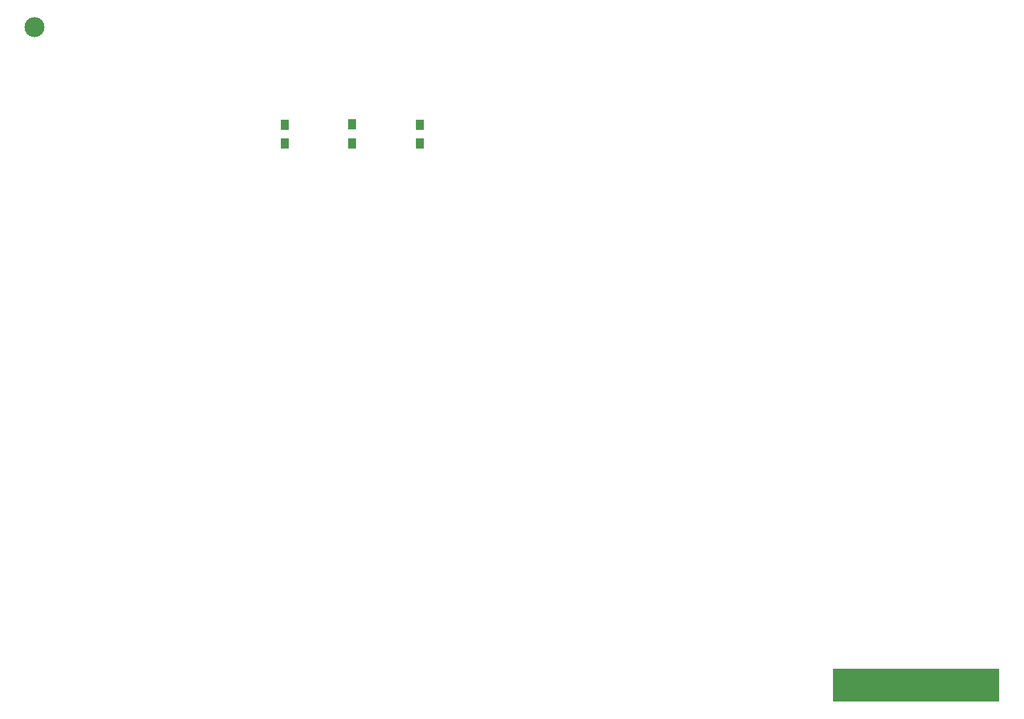
<source format=gbr>
%TF.GenerationSoftware,KiCad,Pcbnew,5.1.9+dfsg1-1*%
%TF.CreationDate,2022-02-11T04:52:15+01:00*%
%TF.ProjectId,va11800,76613131-3830-4302-9e6b-696361645f70,rev?*%
%TF.SameCoordinates,Original*%
%TF.FileFunction,Paste,Top*%
%TF.FilePolarity,Positive*%
%FSLAX46Y46*%
G04 Gerber Fmt 4.6, Leading zero omitted, Abs format (unit mm)*
G04 Created by KiCad (PCBNEW 5.1.9+dfsg1-1) date 2022-02-11 04:52:15*
%MOMM*%
%LPD*%
G01*
G04 APERTURE LIST*
%ADD10R,1.200000X1.600000*%
%ADD11R,25.000000X5.000000*%
%ADD12O,3.000000X3.000000*%
G04 APERTURE END LIST*
D10*
%TO.C,R3*%
X317530000Y-81350000D03*
X317530000Y-78550000D03*
%TD*%
%TO.C,R2*%
X307380000Y-81320000D03*
X307380000Y-78520000D03*
%TD*%
%TO.C,R1*%
X297350000Y-81360000D03*
X297350000Y-78560000D03*
%TD*%
D11*
%TO.C,H6*%
X391930000Y-162570000D03*
%TD*%
D12*
%TO.C,H7*%
X259800000Y-63930000D03*
%TD*%
M02*

</source>
